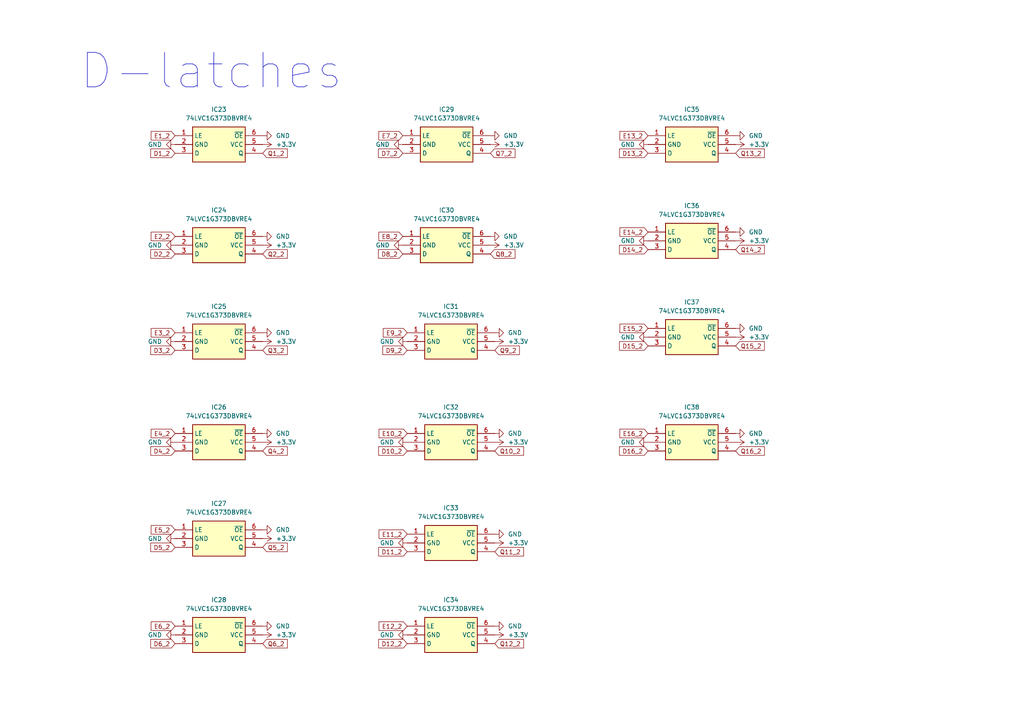
<source format=kicad_sch>
(kicad_sch (version 20230121) (generator eeschema)
  (paper "A4")
  (lib_symbols
    (symbol "74LVC1G373DBVRE4:74LVC1G373DBVRE4"
      (property "Reference" "IC" (at 21.59 7.62 0))
      (property "Value" "74LVC1G373DBVRE4" (at 21.59 5.08 0))
      (symbol "74LVC1G373DBVRE4_1_1"
        (rectangle (start 5.08 2.54) (end 20.32 -7.62) (stroke (width 0.254)) (fill (type background)))
        (pin passive line (at 0 0 0) (length 5.08) (name "LE") (number "1"))
        (pin passive line (at 0 -2.54 0) (length 5.08) (name "GND") (number "2"))
        (pin passive line (at 0 -5.08 0) (length 5.08) (name "D") (number "3"))
        (pin passive line (at 25.4 -5.08 180) (length 5.08) (name "Q") (number "4"))
        (pin passive line (at 25.4 -2.54 180) (length 5.08) (name "VCC") (number "5"))
        (pin passive line (at 25.4 0 180) (length 5.08) (name "~{OE}") (number "6"))
      )
    )
    (symbol "power:+3.3V" (power) (pin_names (offset 0))
      (property "Value" "+3.3V" (at 0 3.556 0))
      (symbol "+3.3V_0_1"
        (polyline (pts (xy -0.762 1.27) (xy 0 2.54)))
        (polyline (pts (xy 0 0) (xy 0 2.54)))
        (polyline (pts (xy 0 2.54) (xy 0.762 1.27)))
      )
      (symbol "+3.3V_1_1"
        (pin power_in line (at 0 0 90) (length 0) hide (name "+3.3V") (number "1"))
      )
    )
    (symbol "power:GND" (power) (pin_names (offset 0))
      (property "Value" "GND" (at 0 -3.81 0))
      (symbol "GND_0_1"
        (polyline (pts (xy 0 0) (xy 0 -1.27) (xy 1.27 -1.27) (xy 0 -2.54) (xy -1.27 -1.27) (xy 0 -1.27)))
      )
      (symbol "GND_1_1"
        (pin power_in line (at 0 0 270) (length 0) hide (name "GND") (number "1"))
      )
    )
  )
  (text "D-latches" (at 22.86 26.67 0) (effects (font (size 10 10)) (justify left bottom)))
  (global_label "Q7_2" (shape input) (at 142.24 44.45 0) (property "Intersheetrefs" "${INTERSHEET_REFS}" (effects hide)))
  (global_label "E6_2" (shape input) (at 50.8 181.61 180) (property "Intersheetrefs" "${INTERSHEET_REFS}" (effects hide)))
  (global_label "E2_2" (shape input) (at 50.8 68.58 180) (property "Intersheetrefs" "${INTERSHEET_REFS}" (effects hide)))
  (global_label "Q11_2" (shape input) (at 143.51 160.02 0) (property "Intersheetrefs" "${INTERSHEET_REFS}" (effects hide)))
  (global_label "E9_2" (shape input) (at 118.11 96.52 180) (property "Intersheetrefs" "${INTERSHEET_REFS}" (effects hide)))
  (global_label "E10_2" (shape input) (at 118.11 125.73 180) (property "Intersheetrefs" "${INTERSHEET_REFS}" (effects hide)))
  (global_label "D8_2" (shape input) (at 116.84 73.66 180) (property "Intersheetrefs" "${INTERSHEET_REFS}" (effects hide)))
  (global_label "E11_2" (shape input) (at 118.11 154.94 180) (property "Intersheetrefs" "${INTERSHEET_REFS}" (effects hide)))
  (global_label "D3_2" (shape input) (at 50.8 101.6 180) (property "Intersheetrefs" "${INTERSHEET_REFS}" (effects hide)))
  (global_label "E16_2" (shape input) (at 187.96 125.73 180) (property "Intersheetrefs" "${INTERSHEET_REFS}" (effects hide)))
  (global_label "Q5_2" (shape input) (at 76.2 158.75 0) (property "Intersheetrefs" "${INTERSHEET_REFS}" (effects hide)))
  (global_label "Q10_2" (shape input) (at 143.51 130.81 0) (property "Intersheetrefs" "${INTERSHEET_REFS}" (effects hide)))
  (global_label "D5_2" (shape input) (at 50.8 158.75 180) (property "Intersheetrefs" "${INTERSHEET_REFS}" (effects hide)))
  (global_label "E1_2" (shape input) (at 50.8 39.37 180) (property "Intersheetrefs" "${INTERSHEET_REFS}" (effects hide)))
  (global_label "Q9_2" (shape input) (at 143.51 101.6 0) (property "Intersheetrefs" "${INTERSHEET_REFS}" (effects hide)))
  (global_label "D10_2" (shape input) (at 118.11 130.81 180) (property "Intersheetrefs" "${INTERSHEET_REFS}" (effects hide)))
  (global_label "D13_2" (shape input) (at 187.96 44.45 180) (property "Intersheetrefs" "${INTERSHEET_REFS}" (effects hide)))
  (global_label "D9_2" (shape input) (at 118.11 101.6 180) (property "Intersheetrefs" "${INTERSHEET_REFS}" (effects hide)))
  (global_label "Q8_2" (shape input) (at 142.24 73.66 0) (property "Intersheetrefs" "${INTERSHEET_REFS}" (effects hide)))
  (global_label "E5_2" (shape input) (at 50.8 153.67 180) (property "Intersheetrefs" "${INTERSHEET_REFS}" (effects hide)))
  (global_label "D2_2" (shape input) (at 50.8 73.66 180) (property "Intersheetrefs" "${INTERSHEET_REFS}" (effects hide)))
  (global_label "Q2_2" (shape input) (at 76.2 73.66 0) (property "Intersheetrefs" "${INTERSHEET_REFS}" (effects hide)))
  (global_label "E3_2" (shape input) (at 50.8 96.52 180) (property "Intersheetrefs" "${INTERSHEET_REFS}" (effects hide)))
  (global_label "Q14_2" (shape input) (at 213.36 72.39 0) (property "Intersheetrefs" "${INTERSHEET_REFS}" (effects hide)))
  (global_label "E12_2" (shape input) (at 118.11 181.61 180) (property "Intersheetrefs" "${INTERSHEET_REFS}" (effects hide)))
  (global_label "E13_2" (shape input) (at 187.96 39.37 180) (property "Intersheetrefs" "${INTERSHEET_REFS}" (effects hide)))
  (global_label "E4_2" (shape input) (at 50.8 125.73 180) (property "Intersheetrefs" "${INTERSHEET_REFS}" (effects hide)))
  (global_label "Q15_2" (shape input) (at 213.36 100.33 0) (property "Intersheetrefs" "${INTERSHEET_REFS}" (effects hide)))
  (global_label "Q12_2" (shape input) (at 143.51 186.69 0) (property "Intersheetrefs" "${INTERSHEET_REFS}" (effects hide)))
  (global_label "D1_2" (shape input) (at 50.8 44.45 180) (property "Intersheetrefs" "${INTERSHEET_REFS}" (effects hide)))
  (global_label "Q13_2" (shape input) (at 213.36 44.45 0) (property "Intersheetrefs" "${INTERSHEET_REFS}" (effects hide)))
  (global_label "D14_2" (shape input) (at 187.96 72.39 180) (property "Intersheetrefs" "${INTERSHEET_REFS}" (effects hide)))
  (global_label "Q6_2" (shape input) (at 76.2 186.69 0) (property "Intersheetrefs" "${INTERSHEET_REFS}" (effects hide)))
  (global_label "D11_2" (shape input) (at 118.11 160.02 180) (property "Intersheetrefs" "${INTERSHEET_REFS}" (effects hide)))
  (global_label "D15_2" (shape input) (at 187.96 100.33 180) (property "Intersheetrefs" "${INTERSHEET_REFS}" (effects hide)))
  (global_label "E7_2" (shape input) (at 116.84 39.37 180) (property "Intersheetrefs" "${INTERSHEET_REFS}" (effects hide)))
  (global_label "E15_2" (shape input) (at 187.96 95.25 180) (property "Intersheetrefs" "${INTERSHEET_REFS}" (effects hide)))
  (global_label "D12_2" (shape input) (at 118.11 186.69 180) (property "Intersheetrefs" "${INTERSHEET_REFS}" (effects hide)))
  (global_label "E8_2" (shape input) (at 116.84 68.58 180) (property "Intersheetrefs" "${INTERSHEET_REFS}" (effects hide)))
  (global_label "E14_2" (shape input) (at 187.96 67.31 180) (property "Intersheetrefs" "${INTERSHEET_REFS}" (effects hide)))
  (global_label "Q1_2" (shape input) (at 76.2 44.45 0) (property "Intersheetrefs" "${INTERSHEET_REFS}" (effects hide)))
  (global_label "D16_2" (shape input) (at 187.96 130.81 180) (property "Intersheetrefs" "${INTERSHEET_REFS}" (effects hide)))
  (global_label "D7_2" (shape input) (at 116.84 44.45 180) (property "Intersheetrefs" "${INTERSHEET_REFS}" (effects hide)))
  (global_label "D6_2" (shape input) (at 50.8 186.69 180) (property "Intersheetrefs" "${INTERSHEET_REFS}" (effects hide)))
  (global_label "Q3_2" (shape input) (at 76.2 101.6 0) (property "Intersheetrefs" "${INTERSHEET_REFS}" (effects hide)))
  (global_label "Q4_2" (shape input) (at 76.2 130.81 0) (property "Intersheetrefs" "${INTERSHEET_REFS}" (effects hide)))
  (global_label "D4_2" (shape input) (at 50.8 130.81 180) (property "Intersheetrefs" "${INTERSHEET_REFS}" (effects hide)))
  (global_label "Q16_2" (shape input) (at 213.36 130.81 0) (property "Intersheetrefs" "${INTERSHEET_REFS}" (effects hide)))
  (symbol (lib_id "power:+3.3V") (at 143.51 157.48 270) (unit 1)
    (property "Reference" "#PWR0102" (effects hide))
    (property "Value" "+3.3V" (at 147.32 157.48 90) (effects (justify left)))
    (instances (project "SwitchingV3" (path "" (reference "#PWR0102") (unit 1))) (project "SWitchingV2" (path "" (reference "#PWR041") (unit 1)) (path "" (reference "#PWR0102") (unit 1))))
  )
  (symbol (lib_id "power:GND") (at 50.8 128.27 270) (unit 1)
    (property "Reference" "#PWR072" (effects hide))
    (property "Value" "GND" (at 46.99 128.27 90) (effects (justify right)))
    (instances (project "SwitchingV3" (path "" (reference "#PWR072") (unit 1))) (project "SWitchingV2" (path "" (reference "#PWR042") (unit 1)) (path "" (reference "#PWR072") (unit 1))))
  )
  (symbol (lib_id "power:+3.3V") (at 76.2 156.21 270) (unit 1)
    (property "Reference" "#PWR084" (effects hide))
    (property "Value" "+3.3V" (at 80.01 156.21 90) (effects (justify left)))
    (instances (project "SwitchingV3" (path "" (reference "#PWR084") (unit 1))) (project "SWitchingV2" (path "" (reference "#PWR041") (unit 1)) (path "" (reference "#PWR084") (unit 1))))
  )
  (symbol (lib_id "74LVC1G373DBVRE4:74LVC1G373DBVRE4") (at 187.96 67.31 0) (unit 1)
    (property "Reference" "IC36" (at 200.66 59.69 0))
    (property "Value" "74LVC1G373DBVRE4" (at 200.66 62.23 0))
    (property "Footprint" "74lvc1g373dbvre4:SOT95P280X145-6N" (effects hide))
    (property "Datasheet" "http://www.ti.com/general/docs/suppproductinfo.tsp?distId=10&gotoUrl=http%3A%2F%2Fwww.ti.com%2Flit%2Fgpn%2Fsn74lvc1g373" (effects hide))
    (property "Height" "1.45" (effects hide))
    (property "Mouser Part Number" "595-74LVC1G373DBVRE4" (effects hide))
    (property "Mouser Price/Stock" "https://www.mouser.co.uk/ProductDetail/Texas-Instruments/74LVC1G373DBVRE4?qs=pajgIaoyDUixBk1O2Qp78w%3D%3D" (effects hide))
    (property "Manufacturer_Name" "Texas Instruments" (effects hide))
    (property "Manufacturer_Part_Number" "74LVC1G373DBVRE4" (effects hide))
    (instances (project "SwitchingV3" (path "" (reference "IC36") (unit 1))) (project "SWitchingV2" (path "" (reference "IC4") (unit 1)) (path "" (reference "IC36") (unit 1))))
  )
  (symbol (lib_id "power:GND") (at 118.11 184.15 270) (unit 1)
    (property "Reference" "#PWR092" (effects hide))
    (property "Value" "GND" (at 114.3 184.15 90) (effects (justify right)))
    (instances (project "SwitchingV3" (path "" (reference "#PWR092") (unit 1))) (project "SWitchingV2" (path "" (reference "#PWR042") (unit 1)) (path "" (reference "#PWR092") (unit 1))))
  )
  (symbol (lib_id "power:GND") (at 76.2 153.67 90) (unit 1)
    (property "Reference" "#PWR083" (effects hide))
    (property "Value" "GND" (at 80.01 153.67 90) (effects (justify right)))
    (instances (project "SwitchingV3" (path "" (reference "#PWR083") (unit 1))) (project "SWitchingV2" (path "" (reference "#PWR043") (unit 1)) (path "" (reference "#PWR083") (unit 1))))
  )
  (symbol (lib_id "power:+3.3V") (at 213.36 97.79 270) (unit 1)
    (property "Reference" "#PWR0114" (effects hide))
    (property "Value" "+3.3V" (at 217.17 97.79 90) (effects (justify left)))
    (instances (project "SwitchingV3" (path "" (reference "#PWR0114") (unit 1))) (project "SWitchingV2" (path "" (reference "#PWR041") (unit 1)) (path "" (reference "#PWR0114") (unit 1))))
  )
  (symbol (lib_id "power:GND") (at 76.2 96.52 90) (unit 1)
    (property "Reference" "#PWR079" (effects hide))
    (property "Value" "GND" (at 80.01 96.52 90) (effects (justify right)))
    (instances (project "SwitchingV3" (path "" (reference "#PWR079") (unit 1))) (project "SWitchingV2" (path "" (reference "#PWR043") (unit 1)) (path "" (reference "#PWR079") (unit 1))))
  )
  (symbol (lib_id "power:+3.3V") (at 213.36 41.91 270) (unit 1)
    (property "Reference" "#PWR0110" (effects hide))
    (property "Value" "+3.3V" (at 217.17 41.91 90) (effects (justify left)))
    (instances (project "SwitchingV3" (path "" (reference "#PWR0110") (unit 1))) (project "SWitchingV2" (path "" (reference "#PWR041") (unit 1)) (path "" (reference "#PWR0110") (unit 1))))
  )
  (symbol (lib_id "74LVC1G373DBVRE4:74LVC1G373DBVRE4") (at 50.8 125.73 0) (unit 1)
    (property "Reference" "IC26" (at 63.5 118.11 0))
    (property "Value" "74LVC1G373DBVRE4" (at 63.5 120.65 0))
    (property "Footprint" "74lvc1g373dbvre4:SOT95P280X145-6N" (effects hide))
    (property "Datasheet" "http://www.ti.com/general/docs/suppproductinfo.tsp?distId=10&gotoUrl=http%3A%2F%2Fwww.ti.com%2Flit%2Fgpn%2Fsn74lvc1g373" (effects hide))
    (property "Height" "1.45" (effects hide))
    (property "Mouser Part Number" "595-74LVC1G373DBVRE4" (effects hide))
    (property "Mouser Price/Stock" "https://www.mouser.co.uk/ProductDetail/Texas-Instruments/74LVC1G373DBVRE4?qs=pajgIaoyDUixBk1O2Qp78w%3D%3D" (effects hide))
    (property "Manufacturer_Name" "Texas Instruments" (effects hide))
    (property "Manufacturer_Part_Number" "74LVC1G373DBVRE4" (effects hide))
    (instances (project "SwitchingV3" (path "" (reference "IC26") (unit 1))) (project "SWitchingV2" (path "" (reference "IC4") (unit 1)) (path "" (reference "IC26") (unit 1))))
  )
  (symbol (lib_id "power:GND") (at 187.96 69.85 270) (unit 1)
    (property "Reference" "#PWR0106" (effects hide))
    (property "Value" "GND" (at 184.15 69.85 90) (effects (justify right)))
    (instances (project "SwitchingV3" (path "" (reference "#PWR0106") (unit 1))) (project "SWitchingV2" (path "" (reference "#PWR042") (unit 1)) (path "" (reference "#PWR0106") (unit 1))))
  )
  (symbol (lib_id "74LVC1G373DBVRE4:74LVC1G373DBVRE4") (at 187.96 125.73 0) (unit 1)
    (property "Reference" "IC38" (at 200.66 118.11 0))
    (property "Value" "74LVC1G373DBVRE4" (at 200.66 120.65 0))
    (property "Footprint" "74lvc1g373dbvre4:SOT95P280X145-6N" (effects hide))
    (property "Datasheet" "http://www.ti.com/general/docs/suppproductinfo.tsp?distId=10&gotoUrl=http%3A%2F%2Fwww.ti.com%2Flit%2Fgpn%2Fsn74lvc1g373" (effects hide))
    (property "Height" "1.45" (effects hide))
    (property "Mouser Part Number" "595-74LVC1G373DBVRE4" (effects hide))
    (property "Mouser Price/Stock" "https://www.mouser.co.uk/ProductDetail/Texas-Instruments/74LVC1G373DBVRE4?qs=pajgIaoyDUixBk1O2Qp78w%3D%3D" (effects hide))
    (property "Manufacturer_Name" "Texas Instruments" (effects hide))
    (property "Manufacturer_Part_Number" "74LVC1G373DBVRE4" (effects hide))
    (instances (project "SwitchingV3" (path "" (reference "IC38") (unit 1))) (project "SWitchingV2" (path "" (reference "IC4") (unit 1)) (path "" (reference "IC38") (unit 1))))
  )
  (symbol (lib_id "power:+3.3V") (at 143.51 184.15 270) (unit 1)
    (property "Reference" "#PWR0104" (effects hide))
    (property "Value" "+3.3V" (at 147.32 184.15 90) (effects (justify left)))
    (instances (project "SwitchingV3" (path "" (reference "#PWR0104") (unit 1))) (project "SWitchingV2" (path "" (reference "#PWR041") (unit 1)) (path "" (reference "#PWR0104") (unit 1))))
  )
  (symbol (lib_id "power:GND") (at 213.36 67.31 90) (unit 1)
    (property "Reference" "#PWR0111" (effects hide))
    (property "Value" "GND" (at 217.17 67.31 90) (effects (justify right)))
    (instances (project "SwitchingV3" (path "" (reference "#PWR0111") (unit 1))) (project "SWitchingV2" (path "" (reference "#PWR043") (unit 1)) (path "" (reference "#PWR0111") (unit 1))))
  )
  (symbol (lib_id "power:+3.3V") (at 76.2 41.91 270) (unit 1)
    (property "Reference" "#PWR076" (effects hide))
    (property "Value" "+3.3V" (at 80.01 41.91 90) (effects (justify left)))
    (instances (project "SwitchingV3" (path "" (reference "#PWR076") (unit 1))) (project "SWitchingV2" (path "" (reference "#PWR041") (unit 1)) (path "" (reference "#PWR076") (unit 1))))
  )
  (symbol (lib_id "74LVC1G373DBVRE4:74LVC1G373DBVRE4") (at 118.11 154.94 0) (unit 1)
    (property "Reference" "IC33" (at 130.81 147.32 0))
    (property "Value" "74LVC1G373DBVRE4" (at 130.81 149.86 0))
    (property "Footprint" "74lvc1g373dbvre4:SOT95P280X145-6N" (effects hide))
    (property "Datasheet" "http://www.ti.com/general/docs/suppproductinfo.tsp?distId=10&gotoUrl=http%3A%2F%2Fwww.ti.com%2Flit%2Fgpn%2Fsn74lvc1g373" (effects hide))
    (property "Height" "1.45" (effects hide))
    (property "Mouser Part Number" "595-74LVC1G373DBVRE4" (effects hide))
    (property "Mouser Price/Stock" "https://www.mouser.co.uk/ProductDetail/Texas-Instruments/74LVC1G373DBVRE4?qs=pajgIaoyDUixBk1O2Qp78w%3D%3D" (effects hide))
    (property "Manufacturer_Name" "Texas Instruments" (effects hide))
    (property "Manufacturer_Part_Number" "74LVC1G373DBVRE4" (effects hide))
    (instances (project "SwitchingV3" (path "" (reference "IC33") (unit 1))) (project "SWitchingV2" (path "" (reference "IC4") (unit 1)) (path "" (reference "IC33") (unit 1))))
  )
  (symbol (lib_id "74LVC1G373DBVRE4:74LVC1G373DBVRE4") (at 118.11 181.61 0) (unit 1)
    (property "Reference" "IC34" (at 130.81 173.99 0))
    (property "Value" "74LVC1G373DBVRE4" (at 130.81 176.53 0))
    (property "Footprint" "74lvc1g373dbvre4:SOT95P280X145-6N" (effects hide))
    (property "Datasheet" "http://www.ti.com/general/docs/suppproductinfo.tsp?distId=10&gotoUrl=http%3A%2F%2Fwww.ti.com%2Flit%2Fgpn%2Fsn74lvc1g373" (effects hide))
    (property "Height" "1.45" (effects hide))
    (property "Mouser Part Number" "595-74LVC1G373DBVRE4" (effects hide))
    (property "Mouser Price/Stock" "https://www.mouser.co.uk/ProductDetail/Texas-Instruments/74LVC1G373DBVRE4?qs=pajgIaoyDUixBk1O2Qp78w%3D%3D" (effects hide))
    (property "Manufacturer_Name" "Texas Instruments" (effects hide))
    (property "Manufacturer_Part_Number" "74LVC1G373DBVRE4" (effects hide))
    (instances (project "SwitchingV3" (path "" (reference "IC34") (unit 1))) (project "SWitchingV2" (path "" (reference "IC4") (unit 1)) (path "" (reference "IC34") (unit 1))))
  )
  (symbol (lib_id "74LVC1G373DBVRE4:74LVC1G373DBVRE4") (at 50.8 39.37 0) (unit 1)
    (property "Reference" "IC23" (at 63.5 31.75 0))
    (property "Value" "74LVC1G373DBVRE4" (at 63.5 34.29 0))
    (property "Footprint" "74lvc1g373dbvre4:SOT95P280X145-6N" (effects hide))
    (property "Datasheet" "http://www.ti.com/general/docs/suppproductinfo.tsp?distId=10&gotoUrl=http%3A%2F%2Fwww.ti.com%2Flit%2Fgpn%2Fsn74lvc1g373" (effects hide))
    (property "Height" "1.45" (effects hide))
    (property "Mouser Part Number" "595-74LVC1G373DBVRE4" (effects hide))
    (property "Mouser Price/Stock" "https://www.mouser.co.uk/ProductDetail/Texas-Instruments/74LVC1G373DBVRE4?qs=pajgIaoyDUixBk1O2Qp78w%3D%3D" (effects hide))
    (property "Manufacturer_Name" "Texas Instruments" (effects hide))
    (property "Manufacturer_Part_Number" "74LVC1G373DBVRE4" (effects hide))
    (instances (project "SwitchingV3" (path "" (reference "IC23") (unit 1))) (project "SWitchingV2" (path "" (reference "IC4") (unit 1)) (path "" (reference "IC23") (unit 1))))
  )
  (symbol (lib_id "power:GND") (at 213.36 95.25 90) (unit 1)
    (property "Reference" "#PWR0113" (effects hide))
    (property "Value" "GND" (at 217.17 95.25 90) (effects (justify right)))
    (instances (project "SwitchingV3" (path "" (reference "#PWR0113") (unit 1))) (project "SWitchingV2" (path "" (reference "#PWR043") (unit 1)) (path "" (reference "#PWR0113") (unit 1))))
  )
  (symbol (lib_id "74LVC1G373DBVRE4:74LVC1G373DBVRE4") (at 50.8 68.58 0) (unit 1)
    (property "Reference" "IC24" (at 63.5 60.96 0))
    (property "Value" "74LVC1G373DBVRE4" (at 63.5 63.5 0))
    (property "Footprint" "74lvc1g373dbvre4:SOT95P280X145-6N" (effects hide))
    (property "Datasheet" "http://www.ti.com/general/docs/suppproductinfo.tsp?distId=10&gotoUrl=http%3A%2F%2Fwww.ti.com%2Flit%2Fgpn%2Fsn74lvc1g373" (effects hide))
    (property "Height" "1.45" (effects hide))
    (property "Mouser Part Number" "595-74LVC1G373DBVRE4" (effects hide))
    (property "Mouser Price/Stock" "https://www.mouser.co.uk/ProductDetail/Texas-Instruments/74LVC1G373DBVRE4?qs=pajgIaoyDUixBk1O2Qp78w%3D%3D" (effects hide))
    (property "Manufacturer_Name" "Texas Instruments" (effects hide))
    (property "Manufacturer_Part_Number" "74LVC1G373DBVRE4" (effects hide))
    (instances (project "SwitchingV3" (path "" (reference "IC24") (unit 1))) (project "SWitchingV2" (path "" (reference "IC4") (unit 1)) (path "" (reference "IC24") (unit 1))))
  )
  (symbol (lib_id "power:GND") (at 118.11 128.27 270) (unit 1)
    (property "Reference" "#PWR090" (effects hide))
    (property "Value" "GND" (at 114.3 128.27 90) (effects (justify right)))
    (instances (project "SwitchingV3" (path "" (reference "#PWR090") (unit 1))) (project "SWitchingV2" (path "" (reference "#PWR042") (unit 1)) (path "" (reference "#PWR090") (unit 1))))
  )
  (symbol (lib_id "power:GND") (at 116.84 71.12 270) (unit 1)
    (property "Reference" "#PWR088" (effects hide))
    (property "Value" "GND" (at 113.03 71.12 90) (effects (justify right)))
    (instances (project "SwitchingV3" (path "" (reference "#PWR088") (unit 1))) (project "SWitchingV2" (path "" (reference "#PWR042") (unit 1)) (path "" (reference "#PWR088") (unit 1))))
  )
  (symbol (lib_id "74LVC1G373DBVRE4:74LVC1G373DBVRE4") (at 187.96 95.25 0) (unit 1)
    (property "Reference" "IC37" (at 200.66 87.63 0))
    (property "Value" "74LVC1G373DBVRE4" (at 200.66 90.17 0))
    (property "Footprint" "74lvc1g373dbvre4:SOT95P280X145-6N" (effects hide))
    (property "Datasheet" "http://www.ti.com/general/docs/suppproductinfo.tsp?distId=10&gotoUrl=http%3A%2F%2Fwww.ti.com%2Flit%2Fgpn%2Fsn74lvc1g373" (effects hide))
    (property "Height" "1.45" (effects hide))
    (property "Mouser Part Number" "595-74LVC1G373DBVRE4" (effects hide))
    (property "Mouser Price/Stock" "https://www.mouser.co.uk/ProductDetail/Texas-Instruments/74LVC1G373DBVRE4?qs=pajgIaoyDUixBk1O2Qp78w%3D%3D" (effects hide))
    (property "Manufacturer_Name" "Texas Instruments" (effects hide))
    (property "Manufacturer_Part_Number" "74LVC1G373DBVRE4" (effects hide))
    (instances (project "SwitchingV3" (path "" (reference "IC37") (unit 1))) (project "SWitchingV2" (path "" (reference "IC4") (unit 1)) (path "" (reference "IC37") (unit 1))))
  )
  (symbol (lib_id "power:+3.3V") (at 76.2 71.12 270) (unit 1)
    (property "Reference" "#PWR078" (effects hide))
    (property "Value" "+3.3V" (at 80.01 71.12 90) (effects (justify left)))
    (instances (project "SwitchingV3" (path "" (reference "#PWR078") (unit 1))) (project "SWitchingV2" (path "" (reference "#PWR041") (unit 1)) (path "" (reference "#PWR078") (unit 1))))
  )
  (symbol (lib_id "74LVC1G373DBVRE4:74LVC1G373DBVRE4") (at 50.8 96.52 0) (unit 1)
    (property "Reference" "IC25" (at 63.5 88.9 0))
    (property "Value" "74LVC1G373DBVRE4" (at 63.5 91.44 0))
    (property "Footprint" "74lvc1g373dbvre4:SOT95P280X145-6N" (effects hide))
    (property "Datasheet" "http://www.ti.com/general/docs/suppproductinfo.tsp?distId=10&gotoUrl=http%3A%2F%2Fwww.ti.com%2Flit%2Fgpn%2Fsn74lvc1g373" (effects hide))
    (property "Height" "1.45" (effects hide))
    (property "Mouser Part Number" "595-74LVC1G373DBVRE4" (effects hide))
    (property "Mouser Price/Stock" "https://www.mouser.co.uk/ProductDetail/Texas-Instruments/74LVC1G373DBVRE4?qs=pajgIaoyDUixBk1O2Qp78w%3D%3D" (effects hide))
    (property "Manufacturer_Name" "Texas Instruments" (effects hide))
    (property "Manufacturer_Part_Number" "74LVC1G373DBVRE4" (effects hide))
    (instances (project "SwitchingV3" (path "" (reference "IC25") (unit 1))) (project "SWitchingV2" (path "" (reference "IC4") (unit 1)) (path "" (reference "IC25") (unit 1))))
  )
  (symbol (lib_id "power:+3.3V") (at 142.24 41.91 270) (unit 1)
    (property "Reference" "#PWR094" (effects hide))
    (property "Value" "+3.3V" (at 146.05 41.91 90) (effects (justify left)))
    (instances (project "SwitchingV3" (path "" (reference "#PWR094") (unit 1))) (project "SWitchingV2" (path "" (reference "#PWR041") (unit 1)) (path "" (reference "#PWR094") (unit 1))))
  )
  (symbol (lib_id "74LVC1G373DBVRE4:74LVC1G373DBVRE4") (at 50.8 181.61 0) (unit 1)
    (property "Reference" "IC28" (at 63.5 173.99 0))
    (property "Value" "74LVC1G373DBVRE4" (at 63.5 176.53 0))
    (property "Footprint" "74lvc1g373dbvre4:SOT95P280X145-6N" (effects hide))
    (property "Datasheet" "http://www.ti.com/general/docs/suppproductinfo.tsp?distId=10&gotoUrl=http%3A%2F%2Fwww.ti.com%2Flit%2Fgpn%2Fsn74lvc1g373" (effects hide))
    (property "Height" "1.45" (effects hide))
    (property "Mouser Part Number" "595-74LVC1G373DBVRE4" (effects hide))
    (property "Mouser Price/Stock" "https://www.mouser.co.uk/ProductDetail/Texas-Instruments/74LVC1G373DBVRE4?qs=pajgIaoyDUixBk1O2Qp78w%3D%3D" (effects hide))
    (property "Manufacturer_Name" "Texas Instruments" (effects hide))
    (property "Manufacturer_Part_Number" "74LVC1G373DBVRE4" (effects hide))
    (instances (project "SwitchingV3" (path "" (reference "IC28") (unit 1))) (project "SWitchingV2" (path "" (reference "IC4") (unit 1)) (path "" (reference "IC28") (unit 1))))
  )
  (symbol (lib_id "74LVC1G373DBVRE4:74LVC1G373DBVRE4") (at 118.11 96.52 0) (unit 1)
    (property "Reference" "IC31" (at 130.81 88.9 0))
    (property "Value" "74LVC1G373DBVRE4" (at 130.81 91.44 0))
    (property "Footprint" "74lvc1g373dbvre4:SOT95P280X145-6N" (effects hide))
    (property "Datasheet" "http://www.ti.com/general/docs/suppproductinfo.tsp?distId=10&gotoUrl=http%3A%2F%2Fwww.ti.com%2Flit%2Fgpn%2Fsn74lvc1g373" (effects hide))
    (property "Height" "1.45" (effects hide))
    (property "Mouser Part Number" "595-74LVC1G373DBVRE4" (effects hide))
    (property "Mouser Price/Stock" "https://www.mouser.co.uk/ProductDetail/Texas-Instruments/74LVC1G373DBVRE4?qs=pajgIaoyDUixBk1O2Qp78w%3D%3D" (effects hide))
    (property "Manufacturer_Name" "Texas Instruments" (effects hide))
    (property "Manufacturer_Part_Number" "74LVC1G373DBVRE4" (effects hide))
    (instances (project "SwitchingV3" (path "" (reference "IC31") (unit 1))) (project "SWitchingV2" (path "" (reference "IC4") (unit 1)) (path "" (reference "IC31") (unit 1))))
  )
  (symbol (lib_id "power:+3.3V") (at 76.2 99.06 270) (unit 1)
    (property "Reference" "#PWR080" (effects hide))
    (property "Value" "+3.3V" (at 80.01 99.06 90) (effects (justify left)))
    (instances (project "SwitchingV3" (path "" (reference "#PWR080") (unit 1))) (project "SWitchingV2" (path "" (reference "#PWR041") (unit 1)) (path "" (reference "#PWR080") (unit 1))))
  )
  (symbol (lib_id "power:GND") (at 143.51 96.52 90) (unit 1)
    (property "Reference" "#PWR097" (effects hide))
    (property "Value" "GND" (at 147.32 96.52 90) (effects (justify right)))
    (instances (project "SwitchingV3" (path "" (reference "#PWR097") (unit 1))) (project "SWitchingV2" (path "" (reference "#PWR043") (unit 1)) (path "" (reference "#PWR097") (unit 1))))
  )
  (symbol (lib_id "power:+3.3V") (at 213.36 69.85 270) (unit 1)
    (property "Reference" "#PWR0112" (effects hide))
    (property "Value" "+3.3V" (at 217.17 69.85 90) (effects (justify left)))
    (instances (project "SwitchingV3" (path "" (reference "#PWR0112") (unit 1))) (project "SWitchingV2" (path "" (reference "#PWR041") (unit 1)) (path "" (reference "#PWR0112") (unit 1))))
  )
  (symbol (lib_id "74LVC1G373DBVRE4:74LVC1G373DBVRE4") (at 116.84 39.37 0) (unit 1)
    (property "Reference" "IC29" (at 129.54 31.75 0))
    (property "Value" "74LVC1G373DBVRE4" (at 129.54 34.29 0))
    (property "Footprint" "74lvc1g373dbvre4:SOT95P280X145-6N" (effects hide))
    (property "Datasheet" "http://www.ti.com/general/docs/suppproductinfo.tsp?distId=10&gotoUrl=http%3A%2F%2Fwww.ti.com%2Flit%2Fgpn%2Fsn74lvc1g373" (effects hide))
    (property "Height" "1.45" (effects hide))
    (property "Mouser Part Number" "595-74LVC1G373DBVRE4" (effects hide))
    (property "Mouser Price/Stock" "https://www.mouser.co.uk/ProductDetail/Texas-Instruments/74LVC1G373DBVRE4?qs=pajgIaoyDUixBk1O2Qp78w%3D%3D" (effects hide))
    (property "Manufacturer_Name" "Texas Instruments" (effects hide))
    (property "Manufacturer_Part_Number" "74LVC1G373DBVRE4" (effects hide))
    (instances (project "SwitchingV3" (path "" (reference "IC29") (unit 1))) (project "SWitchingV2" (path "" (reference "IC4") (unit 1)) (path "" (reference "IC29") (unit 1))))
  )
  (symbol (lib_id "power:GND") (at 118.11 157.48 270) (unit 1)
    (property "Reference" "#PWR091" (effects hide))
    (property "Value" "GND" (at 114.3 157.48 90) (effects (justify right)))
    (instances (project "SwitchingV3" (path "" (reference "#PWR091") (unit 1))) (project "SWitchingV2" (path "" (reference "#PWR042") (unit 1)) (path "" (reference "#PWR091") (unit 1))))
  )
  (symbol (lib_id "power:GND") (at 142.24 39.37 90) (unit 1)
    (property "Reference" "#PWR093" (effects hide))
    (property "Value" "GND" (at 146.05 39.37 90) (effects (justify right)))
    (instances (project "SwitchingV3" (path "" (reference "#PWR093") (unit 1))) (project "SWitchingV2" (path "" (reference "#PWR043") (unit 1)) (path "" (reference "#PWR093") (unit 1))))
  )
  (symbol (lib_id "power:GND") (at 76.2 125.73 90) (unit 1)
    (property "Reference" "#PWR081" (effects hide))
    (property "Value" "GND" (at 80.01 125.73 90) (effects (justify right)))
    (instances (project "SwitchingV3" (path "" (reference "#PWR081") (unit 1))) (project "SWitchingV2" (path "" (reference "#PWR043") (unit 1)) (path "" (reference "#PWR081") (unit 1))))
  )
  (symbol (lib_id "74LVC1G373DBVRE4:74LVC1G373DBVRE4") (at 187.96 39.37 0) (unit 1)
    (property "Reference" "IC35" (at 200.66 31.75 0))
    (property "Value" "74LVC1G373DBVRE4" (at 200.66 34.29 0))
    (property "Footprint" "74lvc1g373dbvre4:SOT95P280X145-6N" (effects hide))
    (property "Datasheet" "http://www.ti.com/general/docs/suppproductinfo.tsp?distId=10&gotoUrl=http%3A%2F%2Fwww.ti.com%2Flit%2Fgpn%2Fsn74lvc1g373" (effects hide))
    (property "Height" "1.45" (effects hide))
    (property "Mouser Part Number" "595-74LVC1G373DBVRE4" (effects hide))
    (property "Mouser Price/Stock" "https://www.mouser.co.uk/ProductDetail/Texas-Instruments/74LVC1G373DBVRE4?qs=pajgIaoyDUixBk1O2Qp78w%3D%3D" (effects hide))
    (property "Manufacturer_Name" "Texas Instruments" (effects hide))
    (property "Manufacturer_Part_Number" "74LVC1G373DBVRE4" (effects hide))
    (instances (project "SwitchingV3" (path "" (reference "IC35") (unit 1))) (project "SWitchingV2" (path "" (reference "IC4") (unit 1)) (path "" (reference "IC35") (unit 1))))
  )
  (symbol (lib_id "power:+3.3V") (at 143.51 99.06 270) (unit 1)
    (property "Reference" "#PWR098" (effects hide))
    (property "Value" "+3.3V" (at 147.32 99.06 90) (effects (justify left)))
    (instances (project "SwitchingV3" (path "" (reference "#PWR098") (unit 1))) (project "SWitchingV2" (path "" (reference "#PWR041") (unit 1)) (path "" (reference "#PWR098") (unit 1))))
  )
  (symbol (lib_id "power:GND") (at 50.8 71.12 270) (unit 1)
    (property "Reference" "#PWR070" (effects hide))
    (property "Value" "GND" (at 46.99 71.12 90) (effects (justify right)))
    (instances (project "SwitchingV3" (path "" (reference "#PWR070") (unit 1))) (project "SWitchingV2" (path "" (reference "#PWR042") (unit 1)) (path "" (reference "#PWR070") (unit 1))))
  )
  (symbol (lib_id "power:GND") (at 213.36 39.37 90) (unit 1)
    (property "Reference" "#PWR0109" (effects hide))
    (property "Value" "GND" (at 217.17 39.37 90) (effects (justify right)))
    (instances (project "SwitchingV3" (path "" (reference "#PWR0109") (unit 1))) (project "SWitchingV2" (path "" (reference "#PWR043") (unit 1)) (path "" (reference "#PWR0109") (unit 1))))
  )
  (symbol (lib_id "74LVC1G373DBVRE4:74LVC1G373DBVRE4") (at 116.84 68.58 0) (unit 1)
    (property "Reference" "IC30" (at 129.54 60.96 0))
    (property "Value" "74LVC1G373DBVRE4" (at 129.54 63.5 0))
    (property "Footprint" "74lvc1g373dbvre4:SOT95P280X145-6N" (effects hide))
    (property "Datasheet" "http://www.ti.com/general/docs/suppproductinfo.tsp?distId=10&gotoUrl=http%3A%2F%2Fwww.ti.com%2Flit%2Fgpn%2Fsn74lvc1g373" (effects hide))
    (property "Height" "1.45" (effects hide))
    (property "Mouser Part Number" "595-74LVC1G373DBVRE4" (effects hide))
    (property "Mouser Price/Stock" "https://www.mouser.co.uk/ProductDetail/Texas-Instruments/74LVC1G373DBVRE4?qs=pajgIaoyDUixBk1O2Qp78w%3D%3D" (effects hide))
    (property "Manufacturer_Name" "Texas Instruments" (effects hide))
    (property "Manufacturer_Part_Number" "74LVC1G373DBVRE4" (effects hide))
    (instances (project "SwitchingV3" (path "" (reference "IC30") (unit 1))) (project "SWitchingV2" (path "" (reference "IC4") (unit 1)) (path "" (reference "IC30") (unit 1))))
  )
  (symbol (lib_id "power:GND") (at 50.8 156.21 270) (unit 1)
    (property "Reference" "#PWR073" (effects hide))
    (property "Value" "GND" (at 46.99 156.21 90) (effects (justify right)))
    (instances (project "SwitchingV3" (path "" (reference "#PWR073") (unit 1))) (project "SWitchingV2" (path "" (reference "#PWR042") (unit 1)) (path "" (reference "#PWR073") (unit 1))))
  )
  (symbol (lib_id "power:GND") (at 50.8 99.06 270) (unit 1)
    (property "Reference" "#PWR071" (effects hide))
    (property "Value" "GND" (at 46.99 99.06 90) (effects (justify right)))
    (instances (project "SwitchingV3" (path "" (reference "#PWR071") (unit 1))) (project "SWitchingV2" (path "" (reference "#PWR042") (unit 1)) (path "" (reference "#PWR071") (unit 1))))
  )
  (symbol (lib_id "power:GND") (at 143.51 181.61 90) (unit 1)
    (property "Reference" "#PWR0103" (effects hide))
    (property "Value" "GND" (at 147.32 181.61 90) (effects (justify right)))
    (instances (project "SwitchingV3" (path "" (reference "#PWR0103") (unit 1))) (project "SWitchingV2" (path "" (reference "#PWR043") (unit 1)) (path "" (reference "#PWR0103") (unit 1))))
  )
  (symbol (lib_id "power:GND") (at 143.51 125.73 90) (unit 1)
    (property "Reference" "#PWR099" (effects hide))
    (property "Value" "GND" (at 147.32 125.73 90) (effects (justify right)))
    (instances (project "SwitchingV3" (path "" (reference "#PWR099") (unit 1))) (project "SWitchingV2" (path "" (reference "#PWR043") (unit 1)) (path "" (reference "#PWR099") (unit 1))))
  )
  (symbol (lib_id "power:+3.3V") (at 143.51 128.27 270) (unit 1)
    (property "Reference" "#PWR0100" (effects hide))
    (property "Value" "+3.3V" (at 147.32 128.27 90) (effects (justify left)))
    (instances (project "SwitchingV3" (path "" (reference "#PWR0100") (unit 1))) (project "SWitchingV2" (path "" (reference "#PWR041") (unit 1)) (path "" (reference "#PWR0100") (unit 1))))
  )
  (symbol (lib_id "74LVC1G373DBVRE4:74LVC1G373DBVRE4") (at 118.11 125.73 0) (unit 1)
    (property "Reference" "IC32" (at 130.81 118.11 0))
    (property "Value" "74LVC1G373DBVRE4" (at 130.81 120.65 0))
    (property "Footprint" "74lvc1g373dbvre4:SOT95P280X145-6N" (effects hide))
    (property "Datasheet" "http://www.ti.com/general/docs/suppproductinfo.tsp?distId=10&gotoUrl=http%3A%2F%2Fwww.ti.com%2Flit%2Fgpn%2Fsn74lvc1g373" (effects hide))
    (property "Height" "1.45" (effects hide))
    (property "Mouser Part Number" "595-74LVC1G373DBVRE4" (effects hide))
    (property "Mouser Price/Stock" "https://www.mouser.co.uk/ProductDetail/Texas-Instruments/74LVC1G373DBVRE4?qs=pajgIaoyDUixBk1O2Qp78w%3D%3D" (effects hide))
    (property "Manufacturer_Name" "Texas Instruments" (effects hide))
    (property "Manufacturer_Part_Number" "74LVC1G373DBVRE4" (effects hide))
    (instances (project "SwitchingV3" (path "" (reference "IC32") (unit 1))) (project "SWitchingV2" (path "" (reference "IC4") (unit 1)) (path "" (reference "IC32") (unit 1))))
  )
  (symbol (lib_id "power:GND") (at 50.8 41.91 270) (unit 1)
    (property "Reference" "#PWR069" (effects hide))
    (property "Value" "GND" (at 46.99 41.91 90) (effects (justify right)))
    (instances (project "SwitchingV3" (path "" (reference "#PWR069") (unit 1))) (project "SWitchingV2" (path "" (reference "#PWR042") (unit 1)) (path "" (reference "#PWR069") (unit 1))))
  )
  (symbol (lib_id "power:GND") (at 76.2 181.61 90) (unit 1)
    (property "Reference" "#PWR085" (effects hide))
    (property "Value" "GND" (at 80.01 181.61 90) (effects (justify right)))
    (instances (project "SwitchingV3" (path "" (reference "#PWR085") (unit 1))) (project "SWitchingV2" (path "" (reference "#PWR043") (unit 1)) (path "" (reference "#PWR085") (unit 1))))
  )
  (symbol (lib_id "power:+3.3V") (at 142.24 71.12 270) (unit 1)
    (property "Reference" "#PWR096" (effects hide))
    (property "Value" "+3.3V" (at 146.05 71.12 90) (effects (justify left)))
    (instances (project "SwitchingV3" (path "" (reference "#PWR096") (unit 1))) (project "SWitchingV2" (path "" (reference "#PWR041") (unit 1)) (path "" (reference "#PWR096") (unit 1))))
  )
  (symbol (lib_id "power:GND") (at 76.2 39.37 90) (unit 1)
    (property "Reference" "#PWR075" (effects hide))
    (property "Value" "GND" (at 80.01 39.37 90) (effects (justify right)))
    (instances (project "SwitchingV3" (path "" (reference "#PWR075") (unit 1))) (project "SWitchingV2" (path "" (reference "#PWR043") (unit 1)) (path "" (reference "#PWR075") (unit 1))))
  )
  (symbol (lib_id "power:GND") (at 142.24 68.58 90) (unit 1)
    (property "Reference" "#PWR095" (effects hide))
    (property "Value" "GND" (at 146.05 68.58 90) (effects (justify right)))
    (instances (project "SwitchingV3" (path "" (reference "#PWR095") (unit 1))) (project "SWitchingV2" (path "" (reference "#PWR043") (unit 1)) (path "" (reference "#PWR095") (unit 1))))
  )
  (symbol (lib_id "power:GND") (at 50.8 184.15 270) (unit 1)
    (property "Reference" "#PWR074" (effects hide))
    (property "Value" "GND" (at 46.99 184.15 90) (effects (justify right)))
    (instances (project "SwitchingV3" (path "" (reference "#PWR074") (unit 1))) (project "SWitchingV2" (path "" (reference "#PWR042") (unit 1)) (path "" (reference "#PWR074") (unit 1))))
  )
  (symbol (lib_id "power:GND") (at 187.96 97.79 270) (unit 1)
    (property "Reference" "#PWR0107" (effects hide))
    (property "Value" "GND" (at 184.15 97.79 90) (effects (justify right)))
    (instances (project "SwitchingV3" (path "" (reference "#PWR0107") (unit 1))) (project "SWitchingV2" (path "" (reference "#PWR042") (unit 1)) (path "" (reference "#PWR0107") (unit 1))))
  )
  (symbol (lib_id "power:+3.3V") (at 213.36 128.27 270) (unit 1)
    (property "Reference" "#PWR0116" (effects hide))
    (property "Value" "+3.3V" (at 217.17 128.27 90) (effects (justify left)))
    (instances (project "SwitchingV3" (path "" (reference "#PWR0116") (unit 1))) (project "SWitchingV2" (path "" (reference "#PWR041") (unit 1)) (path "" (reference "#PWR0116") (unit 1))))
  )
  (symbol (lib_id "power:GND") (at 187.96 41.91 270) (unit 1)
    (property "Reference" "#PWR0105" (effects hide))
    (property "Value" "GND" (at 184.15 41.91 90) (effects (justify right)))
    (instances (project "SwitchingV3" (path "" (reference "#PWR0105") (unit 1))) (project "SWitchingV2" (path "" (reference "#PWR042") (unit 1)) (path "" (reference "#PWR0105") (unit 1))))
  )
  (symbol (lib_id "power:+3.3V") (at 76.2 184.15 270) (unit 1)
    (property "Reference" "#PWR086" (effects hide))
    (property "Value" "+3.3V" (at 80.01 184.15 90) (effects (justify left)))
    (instances (project "SwitchingV3" (path "" (reference "#PWR086") (unit 1))) (project "SWitchingV2" (path "" (reference "#PWR041") (unit 1)) (path "" (reference "#PWR086") (unit 1))))
  )
  (symbol (lib_id "power:GND") (at 116.84 41.91 270) (unit 1)
    (property "Reference" "#PWR087" (effects hide))
    (property "Value" "GND" (at 113.03 41.91 90) (effects (justify right)))
    (instances (project "SwitchingV3" (path "" (reference "#PWR087") (unit 1))) (project "SWitchingV2" (path "" (reference "#PWR042") (unit 1)) (path "" (reference "#PWR087") (unit 1))))
  )
  (symbol (lib_id "74LVC1G373DBVRE4:74LVC1G373DBVRE4") (at 50.8 153.67 0) (unit 1)
    (property "Reference" "IC27" (at 63.5 146.05 0))
    (property "Value" "74LVC1G373DBVRE4" (at 63.5 148.59 0))
    (property "Footprint" "74lvc1g373dbvre4:SOT95P280X145-6N" (effects hide))
    (property "Datasheet" "http://www.ti.com/general/docs/suppproductinfo.tsp?distId=10&gotoUrl=http%3A%2F%2Fwww.ti.com%2Flit%2Fgpn%2Fsn74lvc1g373" (effects hide))
    (property "Height" "1.45" (effects hide))
    (property "Mouser Part Number" "595-74LVC1G373DBVRE4" (effects hide))
    (property "Mouser Price/Stock" "https://www.mouser.co.uk/ProductDetail/Texas-Instruments/74LVC1G373DBVRE4?qs=pajgIaoyDUixBk1O2Qp78w%3D%3D" (effects hide))
    (property "Manufacturer_Name" "Texas Instruments" (effects hide))
    (property "Manufacturer_Part_Number" "74LVC1G373DBVRE4" (effects hide))
    (instances (project "SwitchingV3" (path "" (reference "IC27") (unit 1))) (project "SWitchingV2" (path "" (reference "IC4") (unit 1)) (path "" (reference "IC27") (unit 1))))
  )
  (symbol (lib_id "power:GND") (at 76.2 68.58 90) (unit 1)
    (property "Reference" "#PWR077" (effects hide))
    (property "Value" "GND" (at 80.01 68.58 90) (effects (justify right)))
    (instances (project "SwitchingV3" (path "" (reference "#PWR077") (unit 1))) (project "SWitchingV2" (path "" (reference "#PWR043") (unit 1)) (path "" (reference "#PWR077") (unit 1))))
  )
  (symbol (lib_id "power:GND") (at 213.36 125.73 90) (unit 1)
    (property "Reference" "#PWR0115" (effects hide))
    (property "Value" "GND" (at 217.17 125.73 90) (effects (justify right)))
    (instances (project "SwitchingV3" (path "" (reference "#PWR0115") (unit 1))) (project "SWitchingV2" (path "" (reference "#PWR043") (unit 1)) (path "" (reference "#PWR0115") (unit 1))))
  )
  (symbol (lib_id "power:GND") (at 118.11 99.06 270) (unit 1)
    (property "Reference" "#PWR089" (effects hide))
    (property "Value" "GND" (at 114.3 99.06 90) (effects (justify right)))
    (instances (project "SwitchingV3" (path "" (reference "#PWR089") (unit 1))) (project "SWitchingV2" (path "" (reference "#PWR042") (unit 1)) (path "" (reference "#PWR089") (unit 1))))
  )
  (symbol (lib_id "power:GND") (at 143.51 154.94 90) (unit 1)
    (property "Reference" "#PWR0101" (effects hide))
    (property "Value" "GND" (at 147.32 154.94 90) (effects (justify right)))
    (instances (project "SwitchingV3" (path "" (reference "#PWR0101") (unit 1))) (project "SWitchingV2" (path "" (reference "#PWR043") (unit 1)) (path "" (reference "#PWR0101") (unit 1))))
  )
  (symbol (lib_id "power:+3.3V") (at 76.2 128.27 270) (unit 1)
    (property "Reference" "#PWR082" (effects hide))
    (property "Value" "+3.3V" (at 80.01 128.27 90) (effects (justify left)))
    (instances (project "SwitchingV3" (path "" (reference "#PWR082") (unit 1))) (project "SWitchingV2" (path "" (reference "#PWR041") (unit 1)) (path "" (reference "#PWR082") (unit 1))))
  )
  (symbol (lib_id "power:GND") (at 187.96 128.27 270) (unit 1)
    (property "Reference" "#PWR0108" (effects hide))
    (property "Value" "GND" (at 184.15 128.27 90) (effects (justify right)))
    (instances (project "SwitchingV3" (path "" (reference "#PWR0108") (unit 1))) (project "SWitchingV2" (path "" (reference "#PWR042") (unit 1)) (path "" (reference "#PWR0108") (unit 1))))
  )
)
</source>
